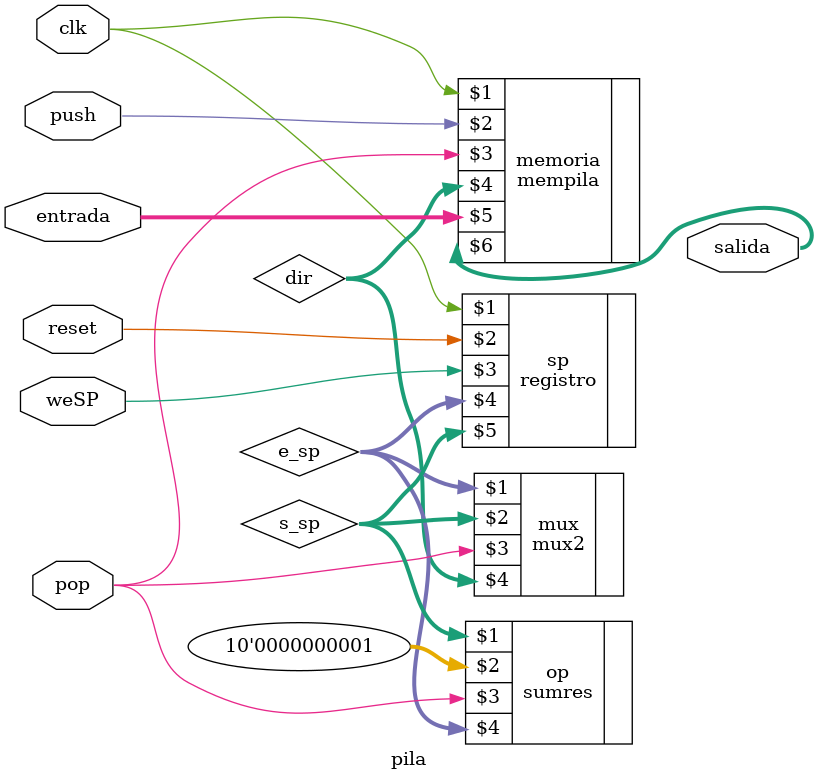
<source format=v>
module pila (input clk, reset, weSP, push, pop, input wire [9:0] entrada, output wire [9:0] salida);

    wire [9:0] dir, s_sp, e_sp;

    // Memoria de la pila
    mempila memoria(clk, push, pop, dir, entrada, salida);

    // Registro pila
    sumres#(10) op(s_sp, 10'b0000000001, pop, e_sp);
    registro#(10) sp(clk, reset, weSP, e_sp, s_sp);

    // Obtenemos dir
    mux2#(10) mux(e_sp, s_sp, pop, dir);

endmodule
</source>
